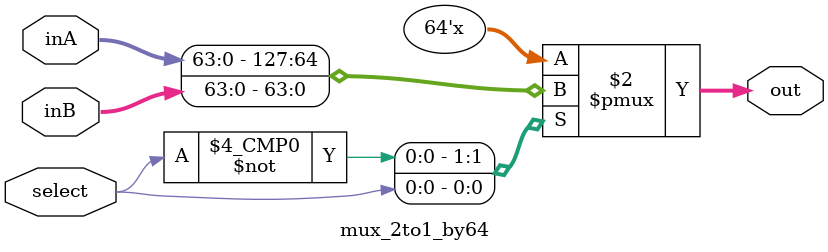
<source format=v>
module datapath(clock, cin, Bselect, reset, write, EN_B, EN_ALU, FS, K, AA, BA, DA, r0, r1, r2, r3, r4, r5, r6, r7, r8, r9, r10, r11, r12, r13, r14, r15, r16, r17, r18, r19, r20, r21, r22, r23, r24, r25, r26, r27, r28, r29, r30, r31);
	input clock, cin, reset, write, Bselect, EN_B, EN_ALU;
	input [4:0] FS, AA, BA, DA;
	input [63:0] K;
	output [15:0] r0, r1, r2, r3, r4, r5, r6, r7, r8, r9, r10, r11, r12, r13, r14, r15, r16, r17, r18, r19, r20, r21, r22, r23, r24, r25, r26, r27, r28, r29, r30, r31;
	
	wire [3:0] status;
	wire [63:0] regA, regB, aluB, aluF, bus;
	
	registerfile register (write, clock, reset, bus, DA, AA, BA, regA, regB, r0, r1, r2, r3, r4, r5, r6, r7, r8, r9, r10, r11, r12, r13, r14, r15, r16, r17, r18, r19, r20, r21, r22, r23, r24, r25, r26, r27, r28, r29, r30, r31);
	alu logicUnit (regA, aluB, cin, FS, aluF, status);
	
	mux_2to1_by64 Bmux (aluB, regB, K, Bselect);
	tribuf64 B (bus, regB, EN_B);
	tribuf64 ALU (bus, aluF, EN_ALU);
endmodule

module tribuf64(out, in, control);
	input [63:0] in;
	input control;
	output [63:0]out;

	assign out = control ? in : 64'bz;
endmodule

module mux_2to1_by64(out, inA, inB, select);
	input [63:0] inA, inB;
	input select;
	output reg [63:0] out;
	
	always @(select or inA or inB)
	begin
		case (select)
			1'b0 : out = inA;
			1'b1 : out = inB;
			default : out = 1'bx;
		endcase
	end
endmodule

</source>
